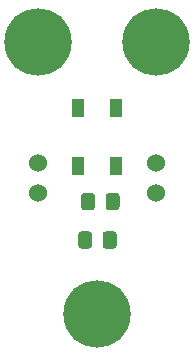
<source format=gbr>
%TF.GenerationSoftware,KiCad,Pcbnew,5.1.9+dfsg1-1+deb11u1*%
%TF.CreationDate,2023-07-29T18:16:24+09:00*%
%TF.ProjectId,probe-adapter,70726f62-652d-4616-9461-707465722e6b,rev?*%
%TF.SameCoordinates,Original*%
%TF.FileFunction,Soldermask,Top*%
%TF.FilePolarity,Negative*%
%FSLAX46Y46*%
G04 Gerber Fmt 4.6, Leading zero omitted, Abs format (unit mm)*
G04 Created by KiCad (PCBNEW 5.1.9+dfsg1-1+deb11u1) date 2023-07-29 18:16:24*
%MOMM*%
%LPD*%
G01*
G04 APERTURE LIST*
%ADD10C,5.700000*%
%ADD11R,1.000000X1.500000*%
%ADD12C,1.524000*%
G04 APERTURE END LIST*
D10*
%TO.C,REF\u002A\u002A*%
X181500000Y-124500000D03*
%TD*%
%TO.C,REF\u002A\u002A*%
X186500000Y-101500000D03*
%TD*%
%TO.C,REF\u002A\u002A*%
X176500000Y-101500000D03*
%TD*%
D11*
%TO.C,D1*%
X183100000Y-107100000D03*
X179900000Y-107100000D03*
X183100000Y-112000000D03*
X179900000Y-112000000D03*
%TD*%
D12*
%TO.C,J5*%
X176500000Y-111750000D03*
X176500000Y-114250000D03*
%TD*%
%TO.C,J6*%
X186500000Y-114250000D03*
X186500000Y-111750000D03*
%TD*%
%TO.C,C1*%
G36*
G01*
X182200000Y-115475000D02*
X182200000Y-114525000D01*
G75*
G02*
X182450000Y-114275000I250000J0D01*
G01*
X183125000Y-114275000D01*
G75*
G02*
X183375000Y-114525000I0J-250000D01*
G01*
X183375000Y-115475000D01*
G75*
G02*
X183125000Y-115725000I-250000J0D01*
G01*
X182450000Y-115725000D01*
G75*
G02*
X182200000Y-115475000I0J250000D01*
G01*
G37*
G36*
G01*
X180125000Y-115475000D02*
X180125000Y-114525000D01*
G75*
G02*
X180375000Y-114275000I250000J0D01*
G01*
X181050000Y-114275000D01*
G75*
G02*
X181300000Y-114525000I0J-250000D01*
G01*
X181300000Y-115475000D01*
G75*
G02*
X181050000Y-115725000I-250000J0D01*
G01*
X180375000Y-115725000D01*
G75*
G02*
X180125000Y-115475000I0J250000D01*
G01*
G37*
%TD*%
%TO.C,C2*%
G36*
G01*
X183125000Y-117775000D02*
X183125000Y-118725000D01*
G75*
G02*
X182875000Y-118975000I-250000J0D01*
G01*
X182200000Y-118975000D01*
G75*
G02*
X181950000Y-118725000I0J250000D01*
G01*
X181950000Y-117775000D01*
G75*
G02*
X182200000Y-117525000I250000J0D01*
G01*
X182875000Y-117525000D01*
G75*
G02*
X183125000Y-117775000I0J-250000D01*
G01*
G37*
G36*
G01*
X181050000Y-117775000D02*
X181050000Y-118725000D01*
G75*
G02*
X180800000Y-118975000I-250000J0D01*
G01*
X180125000Y-118975000D01*
G75*
G02*
X179875000Y-118725000I0J250000D01*
G01*
X179875000Y-117775000D01*
G75*
G02*
X180125000Y-117525000I250000J0D01*
G01*
X180800000Y-117525000D01*
G75*
G02*
X181050000Y-117775000I0J-250000D01*
G01*
G37*
%TD*%
M02*

</source>
